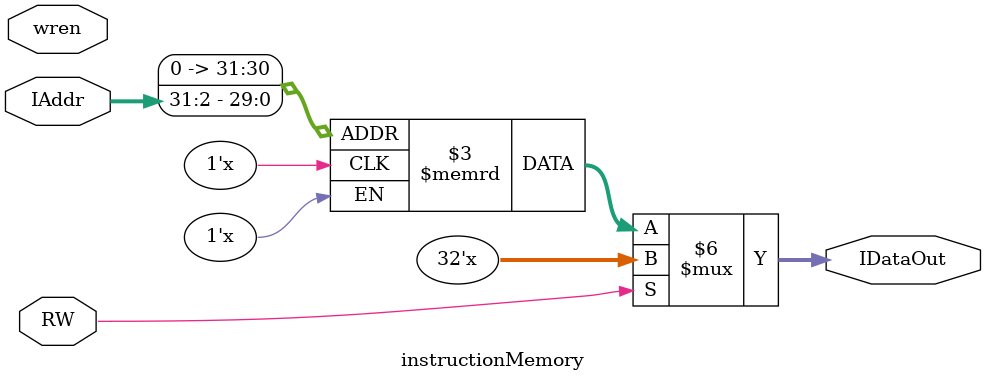
<source format=v>
`timescale 1ns / 1ps


module instructionMemory(           //�Ѹ�
    input RW,
    input[31:0] IAddr,
    input wren,
    output reg[31:0] IDataOut
    );
    reg[31:0] ram[1023:0];
    /*initial
    begin
        $readmemh("test.txt",storage);
    end*/
    always@(RW or IAddr)
    begin
        if(RW == 0)
        begin
            /*IDataOut[7:0] <= storage[IAddr+3];
            IDataOut[15:8] <= storage[IAddr+2];
            IDataOut[23:16] <= storage[IAddr+1];
            IDataOut[31:24] <= storage[IAddr+0];*/
            IDataOut=ram[IAddr>>2];
        end
       /* else
        begin
            storage[IAddr+0] <= IDataOut[7:0];
            storage[IAddr+1] <= IDataOut[15:8];
            storage[IAddr+2] <= IDataOut[23:16];
            storage[IAddr+3] <= IDataOut[31:24];
            //storage[IAddr] <= IDataOut;
        end*/
    end
endmodule

</source>
